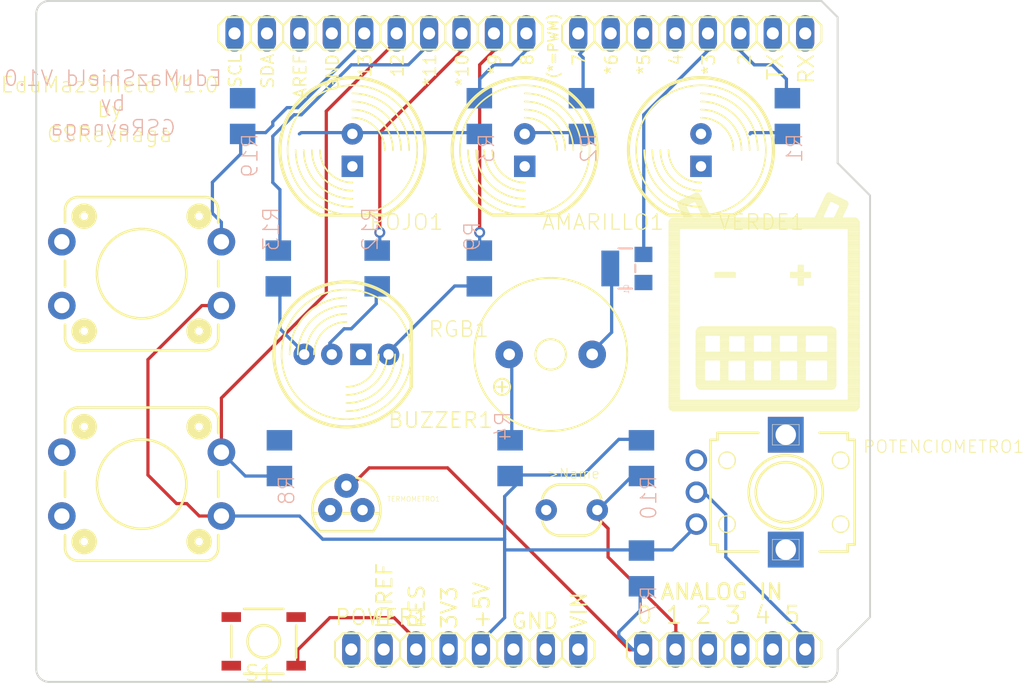
<source format=kicad_pcb>
(kicad_pcb (version 20171130) (host pcbnew 5.1.0-rc1-unknown-235f2c7~76~ubuntu16.04.1)
  (layers (0 Top signal) (31 Bottom signal) (34 B.Paste user) (35 F.Paste user) (36 B.SilkS user) (37 F.SilkS user) (38 B.Mask user) (39 F.Mask user) (44 Edge.Cuts user))
  (net 0 "")
  (net 1 GND)
  (net 2 /D7)
  (net 3 /D3)
  (net 4 /D2)
  (net 5 /A5)
  (net 6 /A1)
  (net 7 /A0)
  (net 8 /D13)
  (net 9 /D12)
  (net 10 /D11)
  (net 11 /D10)
  (net 12 /D9)
  (net 13 /D8)
  (net 14 /5V)
  (net 15 /RESET)
  (net 16 "Net-(R1-Pad1)")
  (net 17 "Net-(R3-Pad1)")
  (net 18 "Net-(R9-Pad2)")
  (net 19 "Net-(R12-Pad2)")
  (net 20 "Net-(R13-Pad2)")
  (net 21 "Net-(AMARILLO1-PadA)")
  (net 22 "Net-(BUZZER1-Pad+)")
  (net 23 "Net-(BUZZER1-Pad-)")
  (module 001_01:1X08-TH (layer Top) (at 168.8211 80.8736 180)
    (fp_text reference JLOW1 hide)
    (fp_text value 8x1F-H8.5-L14.5mm hide)
    (pad 8 thru_hole oval (at 8.89 0 270) (size 2.8448 1.4224) (drill 0.95) (layers *.Cu *.Mask) (net 2 /D7))
    (pad 7 thru_hole oval (at 6.35 0 270) (size 2.8448 1.4224) (drill 0.95) (layers *.Cu *.Mask))
    (pad 6 thru_hole oval (at 3.81 0 270) (size 2.8448 1.4224) (drill 0.95) (layers *.Cu *.Mask))
    (pad 5 thru_hole oval (at 1.27 0 270) (size 2.8448 1.4224) (drill 0.95) (layers *.Cu *.Mask))
    (pad 4 thru_hole oval (at -1.27 0 270) (size 2.8448 1.4224) (drill 0.95) (layers *.Cu *.Mask) (net 3 /D3))
    (pad 3 thru_hole oval (at -3.81 0 270) (size 2.8448 1.4224) (drill 0.95) (layers *.Cu *.Mask) (net 4 /D2))
    (pad 2 thru_hole oval (at -6.35 0 270) (size 2.8448 1.4224) (drill 0.95) (layers *.Cu *.Mask))
    (pad 1 thru_hole oval (at -8.89 0 270) (size 2.8448 1.4224) (drill 0.95) (layers *.Cu *.Mask))
  )
  (module 001_01:1X06-TH (layer Top) (at 171.3611 129.1336)
    (fp_text reference JANALOG1 hide)
    (fp_text value 6x1F-H8.5-L14.5mm hide)
    (pad 6 thru_hole oval (at 6.35 0 90) (size 2.8448 1.4224) (drill 0.95) (layers *.Cu *.Mask) (net 5 /A5))
    (pad 5 thru_hole oval (at 3.81 0 90) (size 2.8448 1.4224) (drill 0.95) (layers *.Cu *.Mask))
    (pad 4 thru_hole oval (at 1.27 0 90) (size 2.8448 1.4224) (drill 0.95) (layers *.Cu *.Mask))
    (pad 3 thru_hole oval (at -1.27 0 90) (size 2.8448 1.4224) (drill 0.95) (layers *.Cu *.Mask))
    (pad 2 thru_hole oval (at -3.81 0 90) (size 2.8448 1.4224) (drill 0.95) (layers *.Cu *.Mask) (net 6 /A1))
    (pad 1 thru_hole oval (at -6.35 0 90) (size 2.8448 1.4224) (drill 0.95) (layers *.Cu *.Mask) (net 7 /A0))
  )
  (module 001_01:1X10-TH (layer Top) (at 144.4371 80.8736 180)
    (fp_text reference JHIGH1 hide)
    (fp_text value 10x1F-H8.5-L14.5mm hide)
    (pad 10 thru_hole oval (at 11.43 0 270) (size 2.8448 1.4224) (drill 0.95) (layers *.Cu *.Mask))
    (pad 9 thru_hole oval (at 8.89 0 270) (size 2.8448 1.4224) (drill 0.95) (layers *.Cu *.Mask))
    (pad 8 thru_hole oval (at 6.35 0 270) (size 2.8448 1.4224) (drill 0.95) (layers *.Cu *.Mask))
    (pad 7 thru_hole oval (at 3.81 0 270) (size 2.8448 1.4224) (drill 0.95) (layers *.Cu *.Mask) (net 1 GND))
    (pad 6 thru_hole oval (at 1.27 0 270) (size 2.8448 1.4224) (drill 0.95) (layers *.Cu *.Mask) (net 8 /D13))
    (pad 5 thru_hole oval (at -1.27 0 270) (size 2.8448 1.4224) (drill 0.95) (layers *.Cu *.Mask) (net 9 /D12))
    (pad 4 thru_hole oval (at -3.81 0 270) (size 2.8448 1.4224) (drill 0.95) (layers *.Cu *.Mask) (net 10 /D11))
    (pad 3 thru_hole oval (at -6.35 0 270) (size 2.8448 1.4224) (drill 0.95) (layers *.Cu *.Mask) (net 11 /D10))
    (pad 2 thru_hole oval (at -8.89 0 270) (size 2.8448 1.4224) (drill 0.95) (layers *.Cu *.Mask) (net 12 /D9))
    (pad 1 thru_hole oval (at -11.43 0 270) (size 2.8448 1.4224) (drill 0.95) (layers *.Cu *.Mask) (net 13 /D8))
  )
  (module 001_01:1X08-TH (layer Top) (at 151.0411 129.1336)
    (fp_text reference POWER1 (at -10.2362 -1.8288) (layer F.SilkS) (effects (font (size 1.2065 1.2065) (thickness 0.12065)) (justify left bottom)))
    (fp_text value 8x1F-H8.5-L14.5mm hide)
    (pad 8 thru_hole oval (at 8.89 0 90) (size 2.8448 1.4224) (drill 0.95) (layers *.Cu *.Mask))
    (pad 7 thru_hole oval (at 6.35 0 90) (size 2.8448 1.4224) (drill 0.95) (layers *.Cu *.Mask) (net 1 GND))
    (pad 6 thru_hole oval (at 3.81 0 90) (size 2.8448 1.4224) (drill 0.95) (layers *.Cu *.Mask) (net 1 GND))
    (pad 5 thru_hole oval (at 1.27 0 90) (size 2.8448 1.4224) (drill 0.95) (layers *.Cu *.Mask) (net 14 /5V))
    (pad 4 thru_hole oval (at -1.27 0 90) (size 2.8448 1.4224) (drill 0.95) (layers *.Cu *.Mask))
    (pad 3 thru_hole oval (at -3.81 0 90) (size 2.8448 1.4224) (drill 0.95) (layers *.Cu *.Mask) (net 15 /RESET))
    (pad 2 thru_hole oval (at -6.35 0 90) (size 2.8448 1.4224) (drill 0.95) (layers *.Cu *.Mask))
    (pad 1 thru_hole oval (at -8.89 0 90) (size 2.8448 1.4224) (drill 0.95) (layers *.Cu *.Mask))
  )
  (module 001_01:M1206 (layer Bottom) (at 176.3141 87.3506 90)
    (fp_text reference R1 (at -1.27 1.27 90) (layer B.SilkS) (effects (font (size 1.2065 1.2065) (thickness 0.09652)) (justify left bottom mirror)))
    (fp_text value 330)
    (pad 2 smd rect (at 1.4 0 90) (size 1.6 2) (layers Bottom B.Paste B.Mask) (net 4 /D2))
    (pad 1 smd rect (at -1.4 0 90) (size 1.6 2) (layers Bottom B.Paste B.Mask) (net 16 "Net-(R1-Pad1)"))
  )
  (module 001_01:M1206 (layer Bottom) (at 160.1851 87.3506 90)
    (fp_text reference R2 (at -1.27 1.27 90) (layer B.SilkS) (effects (font (size 1.2065 1.2065) (thickness 0.09652)) (justify left bottom mirror)))
    (fp_text value 330)
    (pad 2 smd rect (at 1.4 0 90) (size 1.6 2) (layers Bottom B.Paste B.Mask) (net 2 /D7))
    (pad 1 smd rect (at -1.4 0 90) (size 1.6 2) (layers Bottom B.Paste B.Mask) (net 21 "Net-(AMARILLO1-PadA)"))
  )
  (module 001_01:M1206 (layer Bottom) (at 152.1841 87.3506 90)
    (fp_text reference R3 (at -1.27 1.27 90) (layer B.SilkS) (effects (font (size 1.2065 1.2065) (thickness 0.09652)) (justify left bottom mirror)))
    (fp_text value 330)
    (pad 2 smd rect (at 1.4 0 90) (size 1.6 2) (layers Bottom B.Paste B.Mask) (net 13 /D8))
    (pad 1 smd rect (at -1.4 0 90) (size 1.6 2) (layers Bottom B.Paste B.Mask) (net 17 "Net-(R3-Pad1)"))
  )
  (module 001_01:M1206 (layer Bottom) (at 136.525 114.1476 90)
    (fp_text reference R8 (at -1.27 1.27 90) (layer B.SilkS) (effects (font (size 1.2065 1.2065) (thickness 0.09652)) (justify left bottom mirror)))
    (fp_text value 330)
    (pad 2 smd rect (at 1.4 0 90) (size 1.6 2) (layers Bottom B.Paste B.Mask) (net 1 GND))
    (pad 1 smd rect (at -1.4 0 90) (size 1.6 2) (layers Bottom B.Paste B.Mask) (net 9 /D12))
  )
  (module 001_01:LED10MM (layer Top) (at 169.545 90.0176 270)
    (fp_text reference VERDE1 (at 6.35 -1.27) (layer F.SilkS) (effects (font (size 1.2065 1.2065) (thickness 0.09652)) (justify left bottom)))
    (fp_text value LED10MM)
    (pad A thru_hole circle (at -1.27 0 270) (size 1.6764 1.6764) (drill 0.8128) (layers *.Cu *.Mask) (net 16 "Net-(R1-Pad1)"))
    (pad K thru_hole rect (at 1.27 0 270) (size 1.6764 1.6764) (drill 0.8128) (layers *.Cu *.Mask) (net 1 GND))
  )
  (module 001_01:LED10MM (layer Top) (at 155.7401 90.0176 270)
    (fp_text reference AMARILLO1 (at 6.35 -1.27) (layer F.SilkS) (effects (font (size 1.2065 1.2065) (thickness 0.09652)) (justify left bottom)))
    (fp_text value LED10MM)
    (pad A thru_hole circle (at -1.27 0 270) (size 1.6764 1.6764) (drill 0.8128) (layers *.Cu *.Mask) (net 21 "Net-(AMARILLO1-PadA)"))
    (pad K thru_hole rect (at 1.27 0 270) (size 1.6764 1.6764) (drill 0.8128) (layers *.Cu *.Mask) (net 1 GND))
  )
  (module 001_01:LED10MM (layer Top) (at 142.24 90.0176 270)
    (fp_text reference ROJO1 (at 6.35 -1.27) (layer F.SilkS) (effects (font (size 1.2065 1.2065) (thickness 0.09652)) (justify left bottom)))
    (fp_text value LED10MM)
    (pad A thru_hole circle (at -1.27 0 270) (size 1.6764 1.6764) (drill 0.8128) (layers *.Cu *.Mask) (net 17 "Net-(R3-Pad1)"))
    (pad K thru_hole rect (at 1.27 0 270) (size 1.6764 1.6764) (drill 0.8128) (layers *.Cu *.Mask) (net 1 GND))
  )
  (module 001_01:M1206 (layer Bottom) (at 133.6421 87.3506 90)
    (fp_text reference R19 (at -1.27 1.27 90) (layer B.SilkS) (effects (font (size 1.2065 1.2065) (thickness 0.09652)) (justify left bottom mirror)))
    (fp_text value 330)
    (pad 2 smd rect (at 1.4 0 90) (size 1.6 2) (layers Bottom B.Paste B.Mask) (net 1 GND))
    (pad 1 smd rect (at -1.4 0 90) (size 1.6 2) (layers Bottom B.Paste B.Mask) (net 8 /D13))
  )
  (module 001_01:TACTILE-PTH-12MM (layer Top) (at 125.73 116.1796)
    (fp_text reference BOTON_A1 hide)
    (fp_text value SWITCH-MOMENTARY-212MM hide)
    (pad 3 thru_hole circle (at 6.25 -2.5) (size 2.159 2.159) (drill 1.2) (layers *.Cu *.Mask) (net 9 /D12))
    (pad 1 thru_hole circle (at 6.25 2.5) (size 2.159 2.159) (drill 1.2) (layers *.Cu *.Mask) (net 14 /5V))
    (pad 2 thru_hole circle (at -6.25 2.5) (size 2.159 2.159) (drill 1.2) (layers *.Cu *.Mask))
    (pad 4 thru_hole circle (at -6.25 -2.5) (size 2.159 2.159) (drill 1.2) (layers *.Cu *.Mask))
  )
  (module 001_01:EVUF (layer Top) (at 176.1871 116.8146 270)
    (fp_text reference POTENCIOMETRO1 (at -3 -6) (layer F.SilkS) (effects (font (size 0.9652 0.9652) (thickness 0.077216)) (justify left bottom)))
    (fp_text value POTENCIOMETRO)
    (fp_line (start -3.7 1.05) (end -5.3 1.05) (layer Edge.Cuts) (width 0.05))
    (fp_line (start -3.7 -1.05) (end -5.3 -1.05) (layer Edge.Cuts) (width 0.05))
    (fp_line (start -5.3 1.05) (end -5.3 -1.05) (layer Edge.Cuts) (width 0.05))
    (fp_line (start -3.7 -1.05) (end -3.7 1.05) (layer Edge.Cuts) (width 0.05))
    (fp_line (start 5.3 1.05) (end 3.7 1.05) (layer Edge.Cuts) (width 0.05))
    (fp_line (start 5.3 -1.05) (end 3.7 -1.05) (layer Edge.Cuts) (width 0.05))
    (fp_line (start 3.7 1.05) (end 3.7 -1.05) (layer Edge.Cuts) (width 0.05))
    (fp_line (start 5.3 -1.05) (end 5.3 1.05) (layer Edge.Cuts) (width 0.05))
    (pad M2 thru_hole rect (at -4.5 0 180) (size 2.8 2.8) (drill 1.6) (layers *.Cu *.Mask))
    (pad M1 thru_hole rect (at 4.5 0 180) (size 2.8 2.8) (drill 1.6) (layers *.Cu *.Mask))
    (pad 3 thru_hole circle (at 2.5 7 180) (size 1.6764 1.6764) (drill 1.1) (layers *.Cu *.Mask) (net 14 /5V))
    (pad 2 thru_hole circle (at 0 7 180) (size 1.6764 1.6764) (drill 1.1) (layers *.Cu *.Mask) (net 5 /A5))
    (pad 1 thru_hole circle (at -2.5 7 180) (size 1.6764 1.6764) (drill 1.1) (layers *.Cu *.Mask) (net 1 GND))
  )
  (module 001_01:TACTILE-PTH-12MM (layer Top) (at 125.73 99.695)
    (fp_text reference BOTON_B1 hide)
    (fp_text value SWITCH-MOMENTARY-212MM hide)
    (pad 3 thru_hole circle (at 6.25 -2.5) (size 2.159 2.159) (drill 1.2) (layers *.Cu *.Mask) (net 8 /D13))
    (pad 1 thru_hole circle (at 6.25 2.5) (size 2.159 2.159) (drill 1.2) (layers *.Cu *.Mask) (net 14 /5V))
    (pad 2 thru_hole circle (at -6.25 2.5) (size 2.159 2.159) (drill 1.2) (layers *.Cu *.Mask))
    (pad 4 thru_hole circle (at -6.25 -2.5) (size 2.159 2.159) (drill 1.2) (layers *.Cu *.Mask))
  )
  (module 001_01:M1206 (layer Bottom) (at 152.1841 99.2886 270)
    (fp_text reference R9 (at -1.27 1.27 90) (layer B.SilkS) (effects (font (size 1.2065 1.2065) (thickness 0.09652)) (justify right top mirror)))
    (fp_text value 330)
    (pad 2 smd rect (at 1.4 0 270) (size 1.6 2) (layers Bottom B.Paste B.Mask) (net 18 "Net-(R9-Pad2)"))
    (pad 1 smd rect (at -1.4 0 270) (size 1.6 2) (layers Bottom B.Paste B.Mask) (net 12 /D9))
  )
  (module 001_01:M1206 (layer Bottom) (at 144.1831 99.2886 270)
    (fp_text reference R12 (at -1.27 1.27 90) (layer B.SilkS) (effects (font (size 1.2065 1.2065) (thickness 0.09652)) (justify right top mirror)))
    (fp_text value 330)
    (pad 2 smd rect (at 1.4 0 270) (size 1.6 2) (layers Bottom B.Paste B.Mask) (net 19 "Net-(R12-Pad2)"))
    (pad 1 smd rect (at -1.4 0 270) (size 1.6 2) (layers Bottom B.Paste B.Mask) (net 11 /D10))
  )
  (module 001_01:M1206 (layer Bottom) (at 136.4361 99.2886 270)
    (fp_text reference R13 (at -1.27 1.27 90) (layer B.SilkS) (effects (font (size 1.2065 1.2065) (thickness 0.09652)) (justify right top mirror)))
    (fp_text value 330)
    (pad 2 smd rect (at 1.4 0 270) (size 1.6 2) (layers Bottom B.Paste B.Mask) (net 20 "Net-(R13-Pad2)"))
    (pad 1 smd rect (at -1.4 0 270) (size 1.6 2) (layers Bottom B.Paste B.Mask) (net 10 /D11))
  )
  (module 001_01:LED-RGB-10MM (layer Top) (at 141.7701 106.0196)
    (fp_text reference RGB1 (at 6.35 -1.27) (layer F.SilkS) (effects (font (size 1.2065 1.2065) (thickness 0.09652)) (justify left bottom)))
    (fp_text value RGB)
    (pad CB thru_hole circle (at -3.302 0) (size 1.6764 1.6764) (drill 0.8128) (layers *.Cu *.Mask) (net 20 "Net-(R13-Pad2)"))
    (pad CR thru_hole circle (at 3.302 0) (size 1.6764 1.6764) (drill 0.8128) (layers *.Cu *.Mask) (net 18 "Net-(R9-Pad2)"))
    (pad CG thru_hole circle (at -1.143 0) (size 1.6764 1.6764) (drill 0.8128) (layers *.Cu *.Mask) (net 19 "Net-(R12-Pad2)"))
    (pad A thru_hole rect (at 1.143 0) (size 1.6764 1.6764) (drill 0.8128) (layers *.Cu *.Mask) (net 1 GND))
  )
  (module 001_01:F_QMBIII (layer Top) (at 157.7721 106.0196 180)
    (fp_text reference BUZZER1 (at 4.445 -4.445) (layer F.SilkS) (effects (font (size 1.2065 1.2065) (thickness 0.12065)) (justify right top)))
    (fp_text value BUZZER)
    (pad + thru_hole circle (at 3.2512 0 180) (size 2.159 2.159) (drill 0.9144) (layers *.Cu *.Mask) (net 22 "Net-(BUZZER1-Pad+)"))
    (pad - thru_hole circle (at -3.2512 0 180) (size 2.159 2.159) (drill 0.9144) (layers *.Cu *.Mask) (net 23 "Net-(BUZZER1-Pad-)"))
  )
  (module 001_01:M1206 (layer Bottom) (at 164.8841 114.1476 90)
    (fp_text reference R10 (at -1.27 1.27 90) (layer B.SilkS) (effects (font (size 1.2065 1.2065) (thickness 0.09652)) (justify left bottom mirror)))
    (fp_text value 10k)
    (pad 2 smd rect (at 1.4 0 90) (size 1.6 2) (layers Bottom B.Paste B.Mask) (net 14 /5V))
    (pad 1 smd rect (at -1.4 0 90) (size 1.6 2) (layers Bottom B.Paste B.Mask) (net 6 /A1))
  )
  (module 001_01:PHOTOCELL (layer Top) (at 159.4231 118.2116)
    (fp_text reference LDR1 hide)
    (fp_text value FOTOCELDA hide)
    (fp_text user >Name (at -2 -2.4) (layer F.SilkS) (effects (font (size 0.77216 0.77216) (thickness 0.065024)) (justify left bottom)))
    (pad 2 thru_hole circle (at 2 0) (size 1.6764 1.6764) (drill 0.8) (layers *.Cu *.Mask) (net 6 /A1))
    (pad 1 thru_hole circle (at -2 0) (size 1.6764 1.6764) (drill 0.8) (layers *.Cu *.Mask) (net 1 GND))
  )
  (module 001_01:M1206 (layer Bottom) (at 164.8841 122.7836 90)
    (fp_text reference R7 (at -1.27 1.27 90) (layer B.SilkS) (effects (font (size 1.2065 1.2065) (thickness 0.09652)) (justify left bottom mirror)))
    (fp_text value 10k)
    (pad 2 smd rect (at 1.4 0 90) (size 1.6 2) (layers Bottom B.Paste B.Mask) (net 14 /5V))
    (pad 1 smd rect (at -1.4 0 90) (size 1.6 2) (layers Bottom B.Paste B.Mask) (net 7 /A0))
  )
  (module 001_01:LM335Z (layer Top) (at 141.7701 118.2116)
    (fp_text reference TERMOMETRO1 (at 3.175 -0.635) (layer F.SilkS) (effects (font (size 0.38608 0.38608) (thickness 0.038608)) (justify left bottom)))
    (fp_text value TERMOMETRO)
    (pad 1 thru_hole circle (at -1.27 0) (size 1.8796 1.8796) (drill 0.8128) (layers *.Cu *.Mask) (net 1 GND))
    (pad 2 thru_hole circle (at 0 -1.905) (size 1.8796 1.8796) (drill 0.8128) (layers *.Cu *.Mask) (net 7 /A0))
    (pad 3 thru_hole circle (at 1.27 0) (size 1.8796 1.8796) (drill 0.8128) (layers *.Cu *.Mask))
  )
  (module 001_01:TACTILE_SWITCH_SMD (layer Top) (at 135.2931 128.4986 180)
    (fp_text reference S1 (at -0.889 -1.778) (layer F.SilkS) (effects (font (size 1.2065 1.2065) (thickness 0.12065)) (justify right top)))
    (fp_text value TAC_SWITCHSMD hide)
    (pad 4 smd rect (at 2.54 1.905 270) (size 0.762 1.524) (layers Top F.Paste F.Mask))
    (pad 3 smd rect (at -2.54 1.905 270) (size 0.762 1.524) (layers Top F.Paste F.Mask) (net 1 GND))
    (pad 2 smd rect (at 2.54 -1.905 270) (size 0.762 1.524) (layers Top F.Paste F.Mask))
    (pad 1 smd rect (at -2.54 -1.905 270) (size 0.762 1.524) (layers Top F.Paste F.Mask) (net 15 /RESET))
  )
  (module 001_01:LOGO-BOY-001 (layer Top) (at 167.005 110.49)
    (fp_text reference U$1 hide)
    (fp_text value LOGO-BOY-001 hide)
  )
  (module 001_01:SOT23-W (layer Bottom) (at 163.7411 99.2886 270)
    (fp_text reference Q1 (at 2.032 0.254 90) (layer B.SilkS) (effects (font (size 0.38608 0.38608) (thickness 0.030886)) (justify right top mirror)))
    (fp_text value FDV301N)
    (pad 1 smd rect (at -1.1 -1.3 270) (size 1.2 1.4) (layers Bottom B.Paste B.Mask) (net 3 /D3))
    (pad 2 smd rect (at 1.1 -1.3 270) (size 1.2 1.4) (layers Bottom B.Paste B.Mask) (net 1 GND))
    (pad 3 smd rect (at 0 1.3 270) (size 2.8 1.4) (layers Bottom B.Paste B.Mask) (net 23 "Net-(BUZZER1-Pad-)"))
  )
  (module 001_01:M1206 (layer Bottom) (at 154.5971 114.1476 270)
    (fp_text reference R4 (at -1.27 1.27 90) (layer B.SilkS) (effects (font (size 1.2065 1.2065) (thickness 0.09652)) (justify right top mirror)))
    (fp_text value 330)
    (pad 2 smd rect (at 1.4 0 270) (size 1.6 2) (layers Bottom B.Paste B.Mask) (net 14 /5V))
    (pad 1 smd rect (at -1.4 0 270) (size 1.6 2) (layers Bottom B.Paste B.Mask) (net 22 "Net-(BUZZER1-Pad+)"))
  )
  (gr_line (start 180.2511 129.1336) (end 182.7911 126.5936) (layer Edge.Cuts) (width 0.15))
  (gr_line (start 182.7911 126.5936) (end 182.7911 93.5736) (layer Edge.Cuts) (width 0.15))
  (gr_line (start 182.7911 93.5736) (end 180.2511 91.0336) (layer Edge.Cuts) (width 0.15))
  (gr_line (start 180.2511 91.0336) (end 180.2511 79.6036) (layer Edge.Cuts) (width 0.15))
  (gr_line (start 180.2511 79.6036) (end 178.9811 78.3336) (layer Edge.Cuts) (width 0.15))
  (gr_line (start 178.9811 78.3336) (end 118.475 78.3336) (layer Edge.Cuts) (width 0.15))
  (gr_arc (start 118.475 79.3336) (end 118.475 78.3336) (angle -90) (layer Edge.Cuts) (width 0.15))
  (gr_line (start 117.475 79.3336) (end 117.475 130.6736) (layer Edge.Cuts) (width 0.15))
  (gr_arc (start 118.475 130.6736) (end 117.475 130.6736) (angle -90) (layer Edge.Cuts) (width 0.15))
  (gr_line (start 118.475 131.6736) (end 179.2511 131.6736) (layer Edge.Cuts) (width 0.15))
  (gr_arc (start 179.2511 130.6736) (end 179.2511 131.6736) (angle -90) (layer Edge.Cuts) (width 0.15))
  (gr_line (start 180.2511 130.6736) (end 180.2511 129.1336) (layer Edge.Cuts) (width 0.15))
  (gr_text "0 1 2 3 4 5" (at 164.3761 127.2286) (layer F.SilkS) (effects (font (size 1.35128 1.35128) (thickness 0.14224)) (justify left bottom)))
  (gr_text "ANALOG IN" (at 166.2811 125.3236) (layer F.SilkS) (effects (font (size 1.2065 1.2065) (thickness 0.1905)) (justify left bottom)))
  (gr_text AREF (at 137.5791 82.3976 90) (layer F.SilkS) (effects (font (size 0.9652 0.9652) (thickness 0.12192)) (justify right top)))
  (gr_text GND (at 140.1191 82.3976 90) (layer F.SilkS) (effects (font (size 0.9652 0.9652) (thickness 0.12192)) (justify right top)))
  (gr_text TX (at 174.6631 82.3976 90) (layer F.SilkS) (effects (font (size 1.2065 1.2065) (thickness 0.127)) (justify right top)))
  (gr_text RX (at 177.0761 82.3976 90) (layer F.SilkS) (effects (font (size 1.2065 1.2065) (thickness 0.127)) (justify right top)))
  (gr_text *10 (at 150.2791 82.3976 90) (layer F.SilkS) (effects (font (size 0.9652 0.9652) (thickness 0.12192)) (justify right top)))
  (gr_text RES (at 147.9931 127.6096 90) (layer F.SilkS) (effects (font (size 1.2065 1.2065) (thickness 0.1524)) (justify left bottom)))
  (gr_text 3V3 (at 150.5331 127.6096 90) (layer F.SilkS) (effects (font (size 1.2065 1.2065) (thickness 0.1524)) (justify left bottom)))
  (gr_text "(*=PWM)" (at 157.5181 79.2226 90) (layer F.SilkS) (effects (font (size 0.77216 0.77216) (thickness 0.12192)) (justify right top)))
  (gr_text IOREF (at 145.4531 127.6096 90) (layer F.SilkS) (effects (font (size 1.2065 1.2065) (thickness 0.1524)) (justify left bottom)))
  (gr_text 12 (at 145.1991 82.3976 90) (layer F.SilkS) (effects (font (size 0.9652 0.9652) (thickness 0.12192)) (justify right top)))
  (gr_text *11 (at 147.7391 82.3976 90) (layer F.SilkS) (effects (font (size 0.9652 0.9652) (thickness 0.12192)) (justify right top)))
  (gr_text SDA (at 135.0391 82.3976 90) (layer F.SilkS) (effects (font (size 0.9652 0.9652) (thickness 0.12192)) (justify right top)))
  (gr_text SCL (at 132.4991 82.3976 90) (layer F.SilkS) (effects (font (size 0.9652 0.9652) (thickness 0.12192)) (justify right top)))
  (gr_text 13 (at 142.6591 82.3976 90) (layer F.SilkS) (effects (font (size 0.9652 0.9652) (thickness 0.12192)) (justify right top)))
  (gr_text *9 (at 152.8191 82.3976 90) (layer F.SilkS) (effects (font (size 0.9652 0.9652) (thickness 0.12192)) (justify right top)))
  (gr_text 8 (at 155.3591 82.3976 90) (layer F.SilkS) (effects (font (size 0.9652 0.9652) (thickness 0.12192)) (justify right top)))
  (gr_text 7 (at 159.4231 82.3976 90) (layer F.SilkS) (effects (font (size 0.9652 0.9652) (thickness 0.12192)) (justify right top)))
  (gr_text *6 (at 161.9631 82.3976 90) (layer F.SilkS) (effects (font (size 0.9652 0.9652) (thickness 0.12192)) (justify right top)))
  (gr_text *5 (at 164.5031 82.3976 90) (layer F.SilkS) (effects (font (size 0.9652 0.9652) (thickness 0.12192)) (justify right top)))
  (gr_text *3 (at 169.5831 82.3976 90) (layer F.SilkS) (effects (font (size 0.9652 0.9652) (thickness 0.12192)) (justify right top)))
  (gr_text 4 (at 167.0431 82.3976 90) (layer F.SilkS) (effects (font (size 0.9652 0.9652) (thickness 0.12192)) (justify right top)))
  (gr_text +5V (at 153.0731 127.6096 90) (layer F.SilkS) (effects (font (size 1.2065 1.2065) (thickness 0.1524)) (justify left bottom)))
  (gr_text GND (at 154.5971 127.6096) (layer F.SilkS) (effects (font (size 1.2065 1.2065) (thickness 0.1524)) (justify left bottom)))
  (gr_text VIN (at 160.6931 127.6096 90) (layer F.SilkS) (effects (font (size 1.2065 1.2065) (thickness 0.1524)) (justify left bottom)))
  (gr_text 2 (at 172.3771 82.3976 90) (layer F.SilkS) (effects (font (size 0.9652 0.9652) (thickness 0.12192)) (justify right top)))
  (gr_text "EduMazShield V1.0\nby\nGSReynaga" (at 123.2281 86.8426) (layer F.SilkS) (effects (font (size 1.2065 1.2065) (thickness 0.1016))))
  (gr_text "EduMazShield V1.0\nby\nGSReynaga" (at 123.4821 86.3346) (layer B.SilkS) (effects (font (size 1.2065 1.2065) (thickness 0.1016)) (justify mirror)))
  (segment (start 160.3121 82.7786) (end 160.3121 85.852) (width 0.254) (layer Bottom) (net 2))
  (segment (start 160.0327 82.4992) (end 160.3121 82.7786) (width 0.254) (layer Bottom) (net 2))
  (segment (start 160.3121 82.2198) (end 160.0327 82.4992) (width 0.254) (layer Bottom) (net 2))
  (segment (start 160.0327 81.9404) (end 160.3121 82.2198) (width 0.254) (layer Bottom) (net 2))
  (segment (start 160.0327 81.1022) (end 160.0327 81.9404) (width 0.254) (layer Bottom) (net 2))
  (segment (start 160.3121 85.852) (end 160.1851 85.9506) (width 0.254) (layer Bottom) (net 2))
  (segment (start 160.0327 81.1022) (end 159.9311 80.8736) (width 0.254) (layer Bottom) (net 2))
  (segment (start 165.0619 87.249) (end 165.0619 98.1456) (width 0.254) (layer Bottom) (net 3))
  (segment (start 170.3705 81.9404) (end 165.0619 87.249) (width 0.254) (layer Bottom) (net 3))
  (segment (start 170.3705 81.3816) (end 170.3705 81.9404) (width 0.254) (layer Bottom) (net 3))
  (segment (start 170.0911 81.1022) (end 170.3705 81.3816) (width 0.254) (layer Bottom) (net 3))
  (segment (start 165.0619 98.1456) (end 165.0411 98.1886) (width 0.254) (layer Bottom) (net 3))
  (segment (start 170.0911 81.1022) (end 170.0911 80.8736) (width 0.254) (layer Bottom) (net 3))
  (segment (start 176.2379 84.455) (end 176.2379 85.852) (width 0.254) (layer Bottom) (net 4))
  (segment (start 175.1203 83.3374) (end 176.2379 84.455) (width 0.254) (layer Bottom) (net 4))
  (segment (start 173.7233 83.3374) (end 175.1203 83.3374) (width 0.254) (layer Bottom) (net 4))
  (segment (start 172.6057 82.2198) (end 173.7233 83.3374) (width 0.254) (layer Bottom) (net 4))
  (segment (start 172.6057 81.1022) (end 172.6057 82.2198) (width 0.254) (layer Bottom) (net 4))
  (segment (start 176.2379 85.852) (end 176.3141 85.9506) (width 0.254) (layer Bottom) (net 4))
  (segment (start 172.6057 81.1022) (end 172.6311 80.8736) (width 0.254) (layer Bottom) (net 4))
  (segment (start 177.6349 128.0414) (end 177.6349 128.8796) (width 0.254) (layer Bottom) (net 5))
  (segment (start 171.4881 121.8946) (end 177.6349 128.0414) (width 0.254) (layer Bottom) (net 5))
  (segment (start 171.4881 118.5418) (end 171.4881 121.8946) (width 0.254) (layer Bottom) (net 5))
  (segment (start 169.8117 116.8654) (end 171.4881 118.5418) (width 0.254) (layer Bottom) (net 5))
  (segment (start 169.2529 116.8654) (end 169.8117 116.8654) (width 0.254) (layer Bottom) (net 5))
  (segment (start 177.6349 128.8796) (end 177.7111 129.1336) (width 0.254) (layer Bottom) (net 5))
  (segment (start 169.2529 116.8654) (end 169.1871 116.8146) (width 0.254) (layer Bottom) (net 5))
  (segment (start 163.9443 115.7478) (end 164.7825 115.7478) (width 0.254) (layer Bottom) (net 6))
  (segment (start 161.4297 118.2624) (end 163.9443 115.7478) (width 0.254) (layer Bottom) (net 6))
  (segment (start 164.7825 115.7478) (end 164.8841 115.5476) (width 0.254) (layer Bottom) (net 6))
  (segment (start 161.4297 118.2624) (end 161.4231 118.2116) (width 0.254) (layer Bottom) (net 6))
  (segment (start 167.5765 127.2032) (end 167.5765 128.8796) (width 0.254) (layer Top) (net 6))
  (segment (start 162.2679 121.8946) (end 167.5765 127.2032) (width 0.254) (layer Top) (net 6))
  (segment (start 162.2679 119.6594) (end 162.2679 121.8946) (width 0.254) (layer Top) (net 6))
  (segment (start 161.4297 118.8212) (end 162.2679 119.6594) (width 0.254) (layer Top) (net 6))
  (segment (start 161.4297 118.2624) (end 161.4297 118.8212) (width 0.254) (layer Top) (net 6))
  (segment (start 167.5765 128.8796) (end 167.5511 129.1336) (width 0.254) (layer Top) (net 6))
  (segment (start 161.4297 118.2624) (end 161.4231 118.2116) (width 0.254) (layer Top) (net 6))
  (segment (start 164.7825 126.0856) (end 164.7825 124.4092) (width 0.254) (layer Bottom) (net 7))
  (segment (start 163.1061 127.762) (end 164.7825 126.0856) (width 0.254) (layer Bottom) (net 7))
  (segment (start 163.1061 128.0414) (end 163.1061 127.762) (width 0.254) (layer Bottom) (net 7))
  (segment (start 164.2237 129.159) (end 163.1061 128.0414) (width 0.254) (layer Bottom) (net 7))
  (segment (start 164.7825 129.159) (end 164.2237 129.159) (width 0.254) (layer Bottom) (net 7))
  (segment (start 164.7825 124.4092) (end 164.8841 124.1836) (width 0.254) (layer Bottom) (net 7))
  (segment (start 164.7825 129.159) (end 165.0111 129.1336) (width 0.254) (layer Bottom) (net 7))
  (segment (start 142.1511 116.3066) (end 141.7701 116.3066) (width 0.254) (layer Top) (net 7))
  (segment (start 143.5481 114.9096) (end 142.1511 116.3066) (width 0.254) (layer Top) (net 7))
  (segment (start 149.6949 114.9096) (end 143.5481 114.9096) (width 0.254) (layer Top) (net 7))
  (segment (start 163.9443 129.159) (end 149.6949 114.9096) (width 0.254) (layer Top) (net 7))
  (segment (start 164.7825 129.159) (end 163.9443 129.159) (width 0.254) (layer Top) (net 7))
  (segment (start 164.7825 129.159) (end 165.0111 129.1336) (width 0.254) (layer Top) (net 7))
  (segment (start 133.4897 90.3224) (end 133.4897 88.9254) (width 0.254) (layer Bottom) (net 8))
  (segment (start 133.4897 88.9254) (end 133.6421 88.7506) (width 0.254) (layer Bottom) (net 8))
  (segment (start 142.9893 81.661) (end 142.9893 81.1022) (width 0.254) (layer Bottom) (net 8))
  (segment (start 137.9601 86.6902) (end 142.9893 81.661) (width 0.254) (layer Bottom) (net 8))
  (segment (start 137.1219 86.6902) (end 137.9601 86.6902) (width 0.254) (layer Bottom) (net 8))
  (segment (start 136.0043 87.8078) (end 137.1219 86.6902) (width 0.254) (layer Bottom) (net 8))
  (segment (start 136.0043 88.0872) (end 136.0043 87.8078) (width 0.254) (layer Bottom) (net 8))
  (segment (start 135.4455 88.646) (end 136.0043 88.0872) (width 0.254) (layer Bottom) (net 8))
  (segment (start 133.7691 88.646) (end 135.4455 88.646) (width 0.254) (layer Bottom) (net 8))
  (segment (start 142.9893 81.1022) (end 143.1671 80.8736) (width 0.254) (layer Bottom) (net 8))
  (segment (start 133.7691 88.646) (end 133.6421 88.7506) (width 0.254) (layer Bottom) (net 8))
  (segment (start 131.27355 94.961907) (end 131.27355 92.53855) (width 0.25) (layer Bottom) (net 8))
  (segment (start 131.98 95.668357) (end 131.27355 94.961907) (width 0.25) (layer Bottom) (net 8))
  (segment (start 131.98 97.195) (end 131.98 95.668357) (width 0.25) (layer Bottom) (net 8))
  (segment (start 131.27355 92.53855) (end 133.4897 90.3224) (width 0.254) (layer Bottom) (net 8))
  (segment (start 145.5039 81.661) (end 145.5039 81.1022) (width 0.254) (layer Top) (net 9))
  (segment (start 140.1953 86.9696) (end 145.5039 81.661) (width 0.254) (layer Top) (net 9))
  (segment (start 140.1953 101.219) (end 140.1953 86.9696) (width 0.254) (layer Top) (net 9))
  (segment (start 145.5039 81.1022) (end 145.7071 80.8736) (width 0.254) (layer Top) (net 9))
  (segment (start 133.848 115.5476) (end 131.98 113.6796) (width 0.25) (layer Bottom) (net 9))
  (segment (start 136.525 115.5476) (end 133.848 115.5476) (width 0.25) (layer Bottom) (net 9))
  (segment (start 131.98 113.6796) (end 131.98 109.4343) (width 0.25) (layer Top) (net 9))
  (segment (start 131.98 109.4343) (end 132.13715 109.27715) (width 0.25) (layer Top) (net 9))
  (segment (start 132.13715 109.27715) (end 140.1953 101.219) (width 0.254) (layer Top) (net 9))
  (segment (start 136.5631 93.1164) (end 136.5631 97.8662) (width 0.254) (layer Bottom) (net 10))
  (segment (start 136.0043 92.5576) (end 136.5631 93.1164) (width 0.254) (layer Bottom) (net 10))
  (segment (start 136.0043 88.9254) (end 136.0043 92.5576) (width 0.254) (layer Bottom) (net 10))
  (segment (start 137.6807 87.249) (end 136.0043 88.9254) (width 0.254) (layer Bottom) (net 10))
  (segment (start 138.2395 87.249) (end 137.6807 87.249) (width 0.254) (layer Bottom) (net 10))
  (segment (start 142.1511 83.3374) (end 138.2395 87.249) (width 0.254) (layer Bottom) (net 10))
  (segment (start 146.6215 83.3374) (end 142.1511 83.3374) (width 0.254) (layer Bottom) (net 10))
  (segment (start 148.0185 81.9404) (end 146.6215 83.3374) (width 0.254) (layer Bottom) (net 10))
  (segment (start 148.0185 81.1022) (end 148.0185 81.9404) (width 0.254) (layer Bottom) (net 10))
  (segment (start 136.5631 97.8662) (end 136.4361 97.8886) (width 0.254) (layer Bottom) (net 10))
  (segment (start 148.0185 81.1022) (end 148.2471 80.8736) (width 0.254) (layer Bottom) (net 10))
  (segment (start 144.3863 96.4692) (end 144.3863 97.8662) (width 0.254) (layer Bottom) (net 11))
  (segment (start 144.3863 88.646) (end 144.3863 96.4692) (width 0.254) (layer Top) (net 11))
  (segment (start 150.8125 82.2198) (end 144.3863 88.646) (width 0.254) (layer Top) (net 11))
  (segment (start 150.8125 81.1022) (end 150.8125 82.2198) (width 0.254) (layer Top) (net 11))
  (segment (start 144.3863 97.8662) (end 144.1831 97.8886) (width 0.254) (layer Bottom) (net 11))
  (segment (start 150.8125 81.1022) (end 150.7871 80.8736) (width 0.254) (layer Top) (net 11))
  (via (at 144.3863 96.4692) (size 0.8556) (drill 0.5) (layers Top Bottom) (net 11))
  (segment (start 152.2095 96.4692) (end 152.2095 97.8662) (width 0.254) (layer Bottom) (net 12))
  (segment (start 152.2095 83.3374) (end 152.2095 96.4692) (width 0.254) (layer Top) (net 12))
  (segment (start 153.6065 81.9404) (end 152.2095 83.3374) (width 0.254) (layer Top) (net 12))
  (segment (start 153.6065 81.3816) (end 153.6065 81.9404) (width 0.254) (layer Top) (net 12))
  (segment (start 153.3271 81.1022) (end 153.6065 81.3816) (width 0.254) (layer Top) (net 12))
  (segment (start 152.2095 97.8662) (end 152.1841 97.8886) (width 0.254) (layer Bottom) (net 12))
  (segment (start 153.3271 81.1022) (end 153.3271 80.8736) (width 0.254) (layer Top) (net 12))
  (via (at 152.2095 96.4692) (size 0.8556) (drill 0.5) (layers Top Bottom) (net 12))
  (segment (start 152.2095 84.455) (end 152.2095 85.852) (width 0.254) (layer Bottom) (net 13))
  (segment (start 153.3271 83.3374) (end 152.2095 84.455) (width 0.254) (layer Bottom) (net 13))
  (segment (start 154.7241 83.3374) (end 153.3271 83.3374) (width 0.254) (layer Bottom) (net 13))
  (segment (start 155.8417 82.2198) (end 154.7241 83.3374) (width 0.254) (layer Bottom) (net 13))
  (segment (start 155.8417 81.1022) (end 155.8417 82.2198) (width 0.254) (layer Bottom) (net 13))
  (segment (start 152.2095 85.852) (end 152.1841 85.9506) (width 0.254) (layer Bottom) (net 13))
  (segment (start 155.8417 81.1022) (end 155.8671 80.8736) (width 0.254) (layer Bottom) (net 13))
  (segment (start 126.2253 115.4684) (end 128.4605 117.7036) (width 0.254) (layer Top) (net 14))
  (segment (start 167.2971 121.3358) (end 165.0619 121.3358) (width 0.254) (layer Bottom) (net 14))
  (segment (start 169.2529 119.38) (end 167.2971 121.3358) (width 0.254) (layer Bottom) (net 14))
  (segment (start 165.0619 121.3358) (end 164.8841 121.3836) (width 0.254) (layer Bottom) (net 14))
  (segment (start 169.2529 119.38) (end 169.1871 119.3146) (width 0.254) (layer Bottom) (net 14))
  (segment (start 160.3121 115.4684) (end 155.0035 115.4684) (width 0.254) (layer Bottom) (net 14))
  (segment (start 155.0035 115.4684) (end 154.7241 115.4684) (width 0.254) (layer Bottom) (net 14))
  (segment (start 163.1061 112.6744) (end 160.3121 115.4684) (width 0.254) (layer Bottom) (net 14))
  (segment (start 164.7825 112.6744) (end 163.1061 112.6744) (width 0.254) (layer Bottom) (net 14))
  (segment (start 154.7241 115.4684) (end 154.5971 115.5476) (width 0.254) (layer Bottom) (net 14))
  (segment (start 164.7825 112.6744) (end 164.8841 112.7476) (width 0.254) (layer Bottom) (net 14))
  (segment (start 152.4889 128.3208) (end 152.4889 128.8796) (width 0.254) (layer Bottom) (net 14))
  (segment (start 154.1653 126.6444) (end 152.4889 128.3208) (width 0.254) (layer Bottom) (net 14))
  (segment (start 154.1653 117.1448) (end 154.1653 120.4976) (width 0.254) (layer Bottom) (net 14))
  (segment (start 154.1653 120.4976) (end 154.1653 121.3358) (width 0.254) (layer Bottom) (net 14))
  (segment (start 154.1653 121.3358) (end 154.1653 126.6444) (width 0.254) (layer Bottom) (net 14))
  (segment (start 155.0035 116.3066) (end 154.1653 117.1448) (width 0.254) (layer Bottom) (net 14))
  (segment (start 155.0035 115.4684) (end 155.0035 116.3066) (width 0.254) (layer Bottom) (net 14))
  (segment (start 152.4889 128.8796) (end 152.3111 129.1336) (width 0.254) (layer Bottom) (net 14))
  (segment (start 155.0035 115.4684) (end 154.5971 115.5476) (width 0.254) (layer Bottom) (net 14))
  (segment (start 154.1653 121.3358) (end 164.7825 121.3358) (width 0.254) (layer Bottom) (net 14))
  (segment (start 164.7825 121.3358) (end 164.8841 121.3836) (width 0.254) (layer Bottom) (net 14))
  (segment (start 139.9159 120.4976) (end 139.0777 119.6594) (width 0.254) (layer Bottom) (net 14))
  (segment (start 154.1653 120.4976) (end 139.9159 120.4976) (width 0.254) (layer Bottom) (net 14))
  (segment (start 138.0979 118.6796) (end 139.0777 119.6594) (width 0.25) (layer Bottom) (net 14))
  (segment (start 131.98 118.6796) (end 138.0979 118.6796) (width 0.25) (layer Bottom) (net 14))
  (segment (start 131.98 118.6796) (end 130.2404 118.6796) (width 0.25) (layer Top) (net 14))
  (segment (start 129.2644 117.7036) (end 128.4605 117.7036) (width 0.25) (layer Top) (net 14))
  (segment (start 130.2404 118.6796) (end 129.2644 117.7036) (width 0.25) (layer Top) (net 14))
  (segment (start 126.2253 106.423057) (end 126.2253 115.4684) (width 0.25) (layer Top) (net 14))
  (segment (start 130.453357 102.195) (end 126.2253 106.423057) (width 0.25) (layer Top) (net 14))
  (segment (start 131.98 102.195) (end 130.453357 102.195) (width 0.25) (layer Top) (net 14))
  (segment (start 137.9601 129.159) (end 137.9601 130.2766) (width 0.254) (layer Top) (net 15))
  (segment (start 140.4747 126.6444) (end 137.9601 129.159) (width 0.254) (layer Top) (net 15))
  (segment (start 145.5039 126.6444) (end 140.4747 126.6444) (width 0.254) (layer Top) (net 15))
  (segment (start 147.1803 128.3208) (end 145.5039 126.6444) (width 0.254) (layer Top) (net 15))
  (segment (start 147.1803 128.8796) (end 147.1803 128.3208) (width 0.254) (layer Top) (net 15))
  (segment (start 137.9601 130.2766) (end 137.8331 130.4036) (width 0.254) (layer Top) (net 15))
  (segment (start 147.1803 128.8796) (end 147.2311 129.1336) (width 0.254) (layer Top) (net 15))
  (segment (start 173.4439 88.646) (end 176.2379 88.646) (width 0.254) (layer Bottom) (net 16))
  (segment (start 176.2379 88.646) (end 176.3141 88.7506) (width 0.254) (layer Bottom) (net 16))
  (segment (start 173.4439 88.646) (end 173.3931 88.7476) (width 0.254) (layer Bottom) (net 16))
  (segment (start 138.2395 88.646) (end 151.9301 88.646) (width 0.254) (layer Bottom) (net 17))
  (segment (start 151.9301 88.646) (end 152.1841 88.7506) (width 0.254) (layer Bottom) (net 17))
  (segment (start 138.2395 88.646) (end 138.0871 88.7476) (width 0.254) (layer Bottom) (net 17))
  (segment (start 150.2537 100.6602) (end 151.9301 100.6602) (width 0.254) (layer Bottom) (net 18))
  (segment (start 144.9451 105.9688) (end 150.2537 100.6602) (width 0.254) (layer Bottom) (net 18))
  (segment (start 151.9301 100.6602) (end 152.1841 100.6886) (width 0.254) (layer Bottom) (net 18))
  (segment (start 144.9451 105.9688) (end 145.0721 106.0196) (width 0.254) (layer Bottom) (net 18))
  (segment (start 144.1069 102.0572) (end 144.1069 100.9396) (width 0.254) (layer Bottom) (net 19))
  (segment (start 142.1511 104.013) (end 144.1069 102.0572) (width 0.254) (layer Bottom) (net 19))
  (segment (start 141.5923 104.013) (end 142.1511 104.013) (width 0.254) (layer Bottom) (net 19))
  (segment (start 140.4747 105.1306) (end 141.5923 104.013) (width 0.254) (layer Bottom) (net 19))
  (segment (start 140.4747 105.9688) (end 140.4747 105.1306) (width 0.254) (layer Bottom) (net 19))
  (segment (start 144.1069 100.9396) (end 144.1831 100.6886) (width 0.254) (layer Bottom) (net 19))
  (segment (start 140.4747 105.9688) (end 140.6271 106.0196) (width 0.254) (layer Bottom) (net 19))
  (segment (start 136.5631 104.013) (end 136.5631 100.9396) (width 0.254) (layer Bottom) (net 20))
  (segment (start 138.5189 105.9688) (end 136.5631 104.013) (width 0.254) (layer Bottom) (net 20))
  (segment (start 136.5631 100.9396) (end 136.4361 100.6886) (width 0.254) (layer Bottom) (net 20))
  (segment (start 138.5189 105.9688) (end 138.4681 106.0196) (width 0.254) (layer Bottom) (net 20))
  (segment (start 155.8417 88.646) (end 160.0327 88.646) (width 0.254) (layer Bottom) (net 21))
  (segment (start 160.0327 88.646) (end 160.1851 88.7506) (width 0.254) (layer Bottom) (net 21))
  (segment (start 155.8417 88.646) (end 155.7401 88.7476) (width 0.254) (layer Bottom) (net 21))
  (segment (start 154.7241 106.2482) (end 154.7241 112.6744) (width 0.254) (layer Bottom) (net 22))
  (segment (start 154.7241 112.6744) (end 154.5971 112.7476) (width 0.254) (layer Bottom) (net 22))
  (segment (start 154.7241 106.2482) (end 154.5209 106.0196) (width 0.254) (layer Bottom) (net 22))
  (segment (start 162.5473 104.2924) (end 162.5473 99.5426) (width 0.254) (layer Bottom) (net 23))
  (segment (start 160.8709 105.9688) (end 162.5473 104.2924) (width 0.254) (layer Bottom) (net 23))
  (segment (start 162.5473 99.5426) (end 162.4411 99.2886) (width 0.254) (layer Bottom) (net 23))
  (segment (start 160.8709 105.9688) (end 161.0233 106.0196) (width 0.254) (layer Bottom) (net 23))
)
</source>
